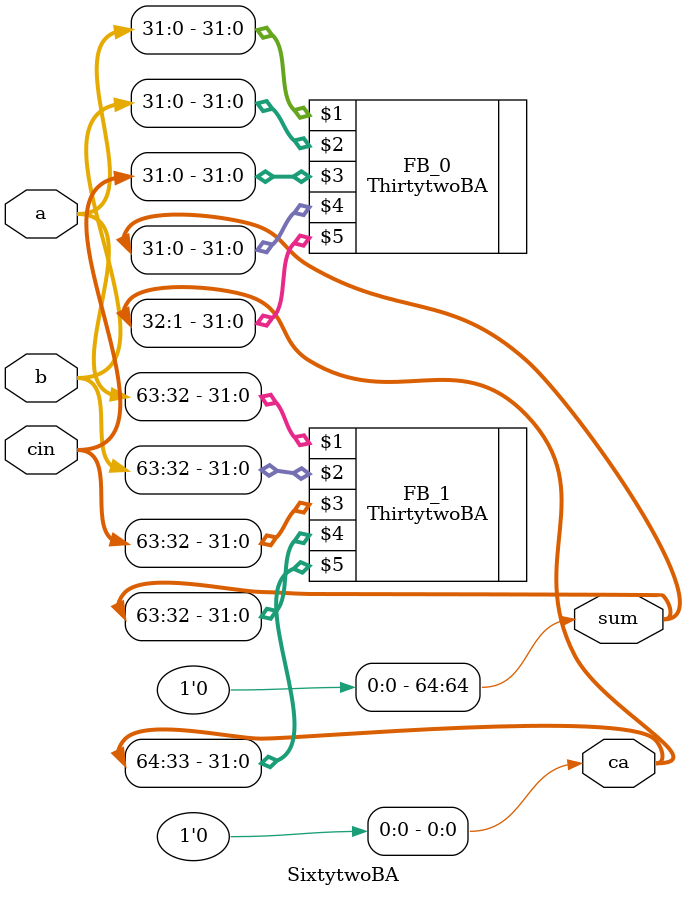
<source format=v>
`include "FullAdder/32_RCA.v"

module SixtytwoBA (a, b, cin, sum, ca);

input [64:0] a,b;
input [64:0]cin;

output[64:0] sum;
output [64:0]ca;

assign ca[0]=1'b0;
assign sum[64]=1'b0;

ThirtytwoBA  FB_0(a[31:0],b[31:0],cin[31:0],sum[31:0],ca[32:1]);
ThirtytwoBA  FB_1(a[63:32],b[63:32],cin[63:32],sum[63:32],ca[64:33]);

endmodule

</source>
